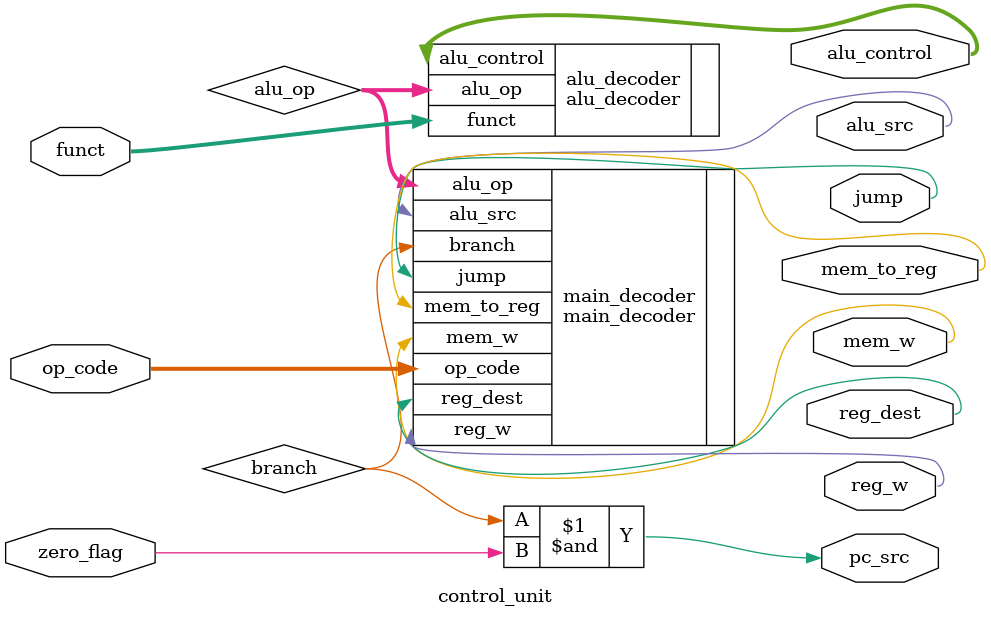
<source format=v>
module control_unit(
	input [5:0] op_code,
	input [5:0] funct,
	input zero_flag,
	output [2:0] alu_control,
	output jump,mem_w,reg_w,reg_dest,alu_src,mem_to_reg,pc_src
);

	wire [1:0] alu_op;
	wire branch;
	
	assign pc_src = branch & zero_flag;
	main_decoder  main_decoder(
		.alu_op(alu_op),
		.jump(jump),
		.mem_w(mem_w),
		.reg_w(reg_w),
		.reg_dest(reg_dest),
		.alu_src(alu_src),
		.mem_to_reg(mem_to_reg),
		.branch(branch),
		.op_code(op_code)
	);
	
	alu_decoder alu_decoder(
		.alu_control(alu_control),
		.funct(funct),
		.alu_op(alu_op)
	);

endmodule
	
</source>
